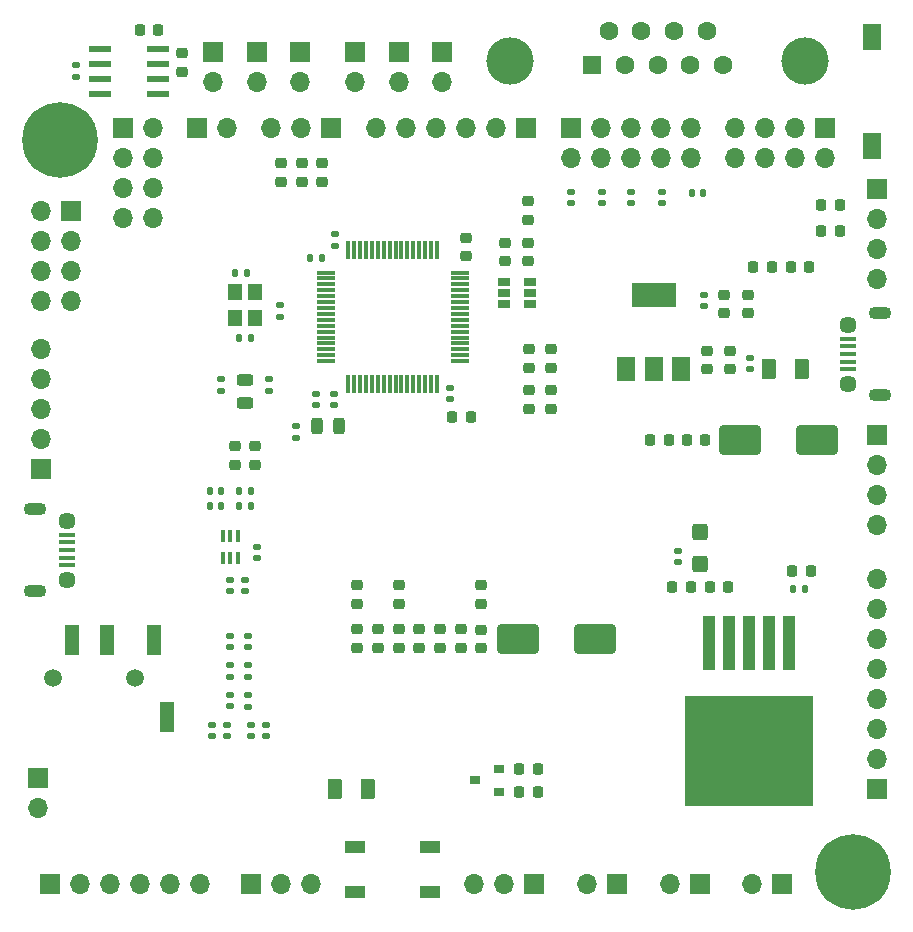
<source format=gbr>
G04 #@! TF.GenerationSoftware,KiCad,Pcbnew,(5.99.0-9519-ga70106a3bd)*
G04 #@! TF.CreationDate,2021-03-11T21:55:01+03:00*
G04 #@! TF.ProjectId,UnderControl,556e6465-7243-46f6-9e74-726f6c2e6b69,rev?*
G04 #@! TF.SameCoordinates,Original*
G04 #@! TF.FileFunction,Soldermask,Top*
G04 #@! TF.FilePolarity,Negative*
%FSLAX46Y46*%
G04 Gerber Fmt 4.6, Leading zero omitted, Abs format (unit mm)*
G04 Created by KiCad (PCBNEW (5.99.0-9519-ga70106a3bd)) date 2021-03-11 21:55:01*
%MOMM*%
%LPD*%
G01*
G04 APERTURE LIST*
G04 Aperture macros list*
%AMRoundRect*
0 Rectangle with rounded corners*
0 $1 Rounding radius*
0 $2 $3 $4 $5 $6 $7 $8 $9 X,Y pos of 4 corners*
0 Add a 4 corners polygon primitive as box body*
4,1,4,$2,$3,$4,$5,$6,$7,$8,$9,$2,$3,0*
0 Add four circle primitives for the rounded corners*
1,1,$1+$1,$2,$3*
1,1,$1+$1,$4,$5*
1,1,$1+$1,$6,$7*
1,1,$1+$1,$8,$9*
0 Add four rect primitives between the rounded corners*
20,1,$1+$1,$2,$3,$4,$5,0*
20,1,$1+$1,$4,$5,$6,$7,0*
20,1,$1+$1,$6,$7,$8,$9,0*
20,1,$1+$1,$8,$9,$2,$3,0*%
G04 Aperture macros list end*
%ADD10C,0.800000*%
%ADD11C,6.400000*%
%ADD12RoundRect,0.218750X0.218750X0.256250X-0.218750X0.256250X-0.218750X-0.256250X0.218750X-0.256250X0*%
%ADD13R,1.700000X1.700000*%
%ADD14O,1.700000X1.700000*%
%ADD15RoundRect,0.147500X0.172500X-0.147500X0.172500X0.147500X-0.172500X0.147500X-0.172500X-0.147500X0*%
%ADD16RoundRect,0.250000X0.375000X0.625000X-0.375000X0.625000X-0.375000X-0.625000X0.375000X-0.625000X0*%
%ADD17RoundRect,0.147500X0.147500X0.172500X-0.147500X0.172500X-0.147500X-0.172500X0.147500X-0.172500X0*%
%ADD18RoundRect,0.218750X-0.218750X-0.256250X0.218750X-0.256250X0.218750X0.256250X-0.218750X0.256250X0*%
%ADD19RoundRect,0.218750X0.256250X-0.218750X0.256250X0.218750X-0.256250X0.218750X-0.256250X-0.218750X0*%
%ADD20RoundRect,0.147500X-0.147500X-0.172500X0.147500X-0.172500X0.147500X0.172500X-0.147500X0.172500X0*%
%ADD21RoundRect,0.147500X-0.172500X0.147500X-0.172500X-0.147500X0.172500X-0.147500X0.172500X0.147500X0*%
%ADD22RoundRect,0.218750X-0.256250X0.218750X-0.256250X-0.218750X0.256250X-0.218750X0.256250X0.218750X0*%
%ADD23RoundRect,0.250000X-0.375000X-0.625000X0.375000X-0.625000X0.375000X0.625000X-0.375000X0.625000X0*%
%ADD24R,0.900000X0.800000*%
%ADD25RoundRect,0.243750X-0.243750X-0.456250X0.243750X-0.456250X0.243750X0.456250X-0.243750X0.456250X0*%
%ADD26RoundRect,0.075000X-0.700000X-0.075000X0.700000X-0.075000X0.700000X0.075000X-0.700000X0.075000X0*%
%ADD27RoundRect,0.075000X-0.075000X-0.700000X0.075000X-0.700000X0.075000X0.700000X-0.075000X0.700000X0*%
%ADD28R,1.500000X2.000000*%
%ADD29R,3.800000X2.000000*%
%ADD30R,1.060000X0.650000*%
%ADD31R,0.390000X1.060000*%
%ADD32R,1.200000X1.400000*%
%ADD33R,1.350000X0.400000*%
%ADD34C,1.450000*%
%ADD35O,1.900000X1.100000*%
%ADD36RoundRect,0.250000X-1.500000X-1.000000X1.500000X-1.000000X1.500000X1.000000X-1.500000X1.000000X0*%
%ADD37RoundRect,0.250000X0.425000X-0.450000X0.425000X0.450000X-0.425000X0.450000X-0.425000X-0.450000X0*%
%ADD38R,1.100000X4.600000*%
%ADD39R,10.800000X9.400000*%
%ADD40RoundRect,0.243750X-0.456250X0.243750X-0.456250X-0.243750X0.456250X-0.243750X0.456250X0.243750X0*%
%ADD41C,4.000000*%
%ADD42R,1.600000X1.600000*%
%ADD43C,1.600000*%
%ADD44R,1.970000X0.600000*%
%ADD45R,1.600000X2.180000*%
%ADD46R,1.700000X1.000000*%
%ADD47C,1.500000*%
%ADD48R,1.200000X2.500000*%
G04 APERTURE END LIST*
D10*
X35497056Y-95697056D03*
X32102944Y-92302944D03*
X35497056Y-92302944D03*
X31400000Y-94000000D03*
X32102944Y-95697056D03*
X33800000Y-96400000D03*
X33800000Y-91600000D03*
D11*
X33800000Y-94000000D03*
D10*
X36200000Y-94000000D03*
D12*
X74287500Y-149250000D03*
X72712500Y-149250000D03*
D13*
X56800000Y-93050000D03*
D14*
X54260000Y-93050000D03*
X51720000Y-93050000D03*
D15*
X46750000Y-144485000D03*
X46750000Y-143515000D03*
X48000000Y-144485000D03*
X48000000Y-143515000D03*
X49750000Y-139485000D03*
X49750000Y-138515000D03*
D16*
X59900000Y-149000000D03*
X57100000Y-149000000D03*
D17*
X49985000Y-123750000D03*
X49015000Y-123750000D03*
D15*
X49750000Y-142000000D03*
X49750000Y-141030000D03*
X48250000Y-141985000D03*
X48250000Y-141015000D03*
X48250000Y-139485000D03*
X48250000Y-138515000D03*
D18*
X67062500Y-117450000D03*
X68637500Y-117450000D03*
D19*
X71500000Y-104287500D03*
X71500000Y-102712500D03*
D20*
X48665000Y-105250000D03*
X49635000Y-105250000D03*
D17*
X49985000Y-110750000D03*
X49015000Y-110750000D03*
D20*
X46515000Y-125000000D03*
X47485000Y-125000000D03*
D21*
X50500000Y-128465000D03*
X50500000Y-129435000D03*
D15*
X50000000Y-144485000D03*
X50000000Y-143515000D03*
X48250000Y-132235000D03*
X48250000Y-131265000D03*
D19*
X48650000Y-121537500D03*
X48650000Y-119962500D03*
D13*
X95000000Y-157000000D03*
D14*
X92460000Y-157000000D03*
D22*
X56050000Y-96012500D03*
X56050000Y-97587500D03*
D15*
X51250000Y-144485000D03*
X51250000Y-143515000D03*
X48250000Y-136985000D03*
X48250000Y-136015000D03*
D13*
X103000000Y-149000000D03*
D14*
X103000000Y-146460000D03*
X103000000Y-143920000D03*
X103000000Y-141380000D03*
X103000000Y-138840000D03*
X103000000Y-136300000D03*
X103000000Y-133760000D03*
X103000000Y-131220000D03*
D15*
X49750000Y-136970000D03*
X49750000Y-136000000D03*
D22*
X73500000Y-99212500D03*
X73500000Y-100787500D03*
X75450000Y-111712500D03*
X75450000Y-113287500D03*
D23*
X93850000Y-113450000D03*
X96650000Y-113450000D03*
D18*
X92550000Y-104750000D03*
X94125000Y-104750000D03*
D22*
X73550000Y-111712500D03*
X73550000Y-113287500D03*
D21*
X53850000Y-118265000D03*
X53850000Y-119235000D03*
D22*
X60750000Y-135462500D03*
X60750000Y-137037500D03*
D21*
X49500000Y-131265000D03*
X49500000Y-132235000D03*
D18*
X72712500Y-147250000D03*
X74287500Y-147250000D03*
D19*
X54300000Y-97587500D03*
X54300000Y-96012500D03*
D18*
X98312500Y-99500000D03*
X99887500Y-99500000D03*
D22*
X67750000Y-135462500D03*
X67750000Y-137037500D03*
D21*
X52500000Y-108015000D03*
X52500000Y-108985000D03*
D22*
X69500000Y-135500000D03*
X69500000Y-137075000D03*
X59000000Y-135462500D03*
X59000000Y-137037500D03*
X50350000Y-119962500D03*
X50350000Y-121537500D03*
X62500000Y-135462500D03*
X62500000Y-137037500D03*
X64250000Y-135462500D03*
X64250000Y-137037500D03*
X66000000Y-135462500D03*
X66000000Y-137037500D03*
D17*
X49985000Y-125000000D03*
X49015000Y-125000000D03*
D20*
X46515000Y-123750000D03*
X47485000Y-123750000D03*
D24*
X71000000Y-149200000D03*
X71000000Y-147300000D03*
X69000000Y-148250000D03*
D13*
X32000000Y-148000000D03*
D14*
X32000000Y-150540000D03*
D25*
X55562500Y-118250000D03*
X57437500Y-118250000D03*
D13*
X74000000Y-157000000D03*
D14*
X71460000Y-157000000D03*
X68920000Y-157000000D03*
D13*
X88000000Y-157000000D03*
D14*
X85460000Y-157000000D03*
D13*
X50000000Y-157000000D03*
D14*
X52540000Y-157000000D03*
X55080000Y-157000000D03*
D15*
X55500000Y-116485000D03*
X55500000Y-115515000D03*
X57000000Y-116485000D03*
X57000000Y-115515000D03*
D21*
X66900000Y-115015000D03*
X66900000Y-115985000D03*
D17*
X55985000Y-104000000D03*
X55015000Y-104000000D03*
D19*
X68250000Y-103887500D03*
X68250000Y-102312500D03*
D12*
X97275000Y-104750000D03*
X95700000Y-104750000D03*
D19*
X73500000Y-104287500D03*
X73500000Y-102712500D03*
D22*
X75450000Y-115212500D03*
X75450000Y-116787500D03*
X73550000Y-115212500D03*
X73550000Y-116787500D03*
D26*
X56325000Y-105250000D03*
X56325000Y-105750000D03*
X56325000Y-106250000D03*
X56325000Y-106750000D03*
X56325000Y-107250000D03*
X56325000Y-107750000D03*
X56325000Y-108250000D03*
X56325000Y-108750000D03*
X56325000Y-109250000D03*
X56325000Y-109750000D03*
X56325000Y-110250000D03*
X56325000Y-110750000D03*
X56325000Y-111250000D03*
X56325000Y-111750000D03*
X56325000Y-112250000D03*
X56325000Y-112750000D03*
D27*
X58250000Y-114675000D03*
X58750000Y-114675000D03*
X59250000Y-114675000D03*
X59750000Y-114675000D03*
X60250000Y-114675000D03*
X60750000Y-114675000D03*
X61250000Y-114675000D03*
X61750000Y-114675000D03*
X62250000Y-114675000D03*
X62750000Y-114675000D03*
X63250000Y-114675000D03*
X63750000Y-114675000D03*
X64250000Y-114675000D03*
X64750000Y-114675000D03*
X65250000Y-114675000D03*
X65750000Y-114675000D03*
D26*
X67675000Y-112750000D03*
X67675000Y-112250000D03*
X67675000Y-111750000D03*
X67675000Y-111250000D03*
X67675000Y-110750000D03*
X67675000Y-110250000D03*
X67675000Y-109750000D03*
X67675000Y-109250000D03*
X67675000Y-108750000D03*
X67675000Y-108250000D03*
X67675000Y-107750000D03*
X67675000Y-107250000D03*
X67675000Y-106750000D03*
X67675000Y-106250000D03*
X67675000Y-105750000D03*
X67675000Y-105250000D03*
D27*
X65750000Y-103325000D03*
X65250000Y-103325000D03*
X64750000Y-103325000D03*
X64250000Y-103325000D03*
X63750000Y-103325000D03*
X63250000Y-103325000D03*
X62750000Y-103325000D03*
X62250000Y-103325000D03*
X61750000Y-103325000D03*
X61250000Y-103325000D03*
X60750000Y-103325000D03*
X60250000Y-103325000D03*
X59750000Y-103325000D03*
X59250000Y-103325000D03*
X58750000Y-103325000D03*
X58250000Y-103325000D03*
D22*
X52550000Y-96012500D03*
X52550000Y-97587500D03*
X69500000Y-131712500D03*
X69500000Y-133287500D03*
X62500000Y-131712500D03*
X62500000Y-133287500D03*
D19*
X90600000Y-113437500D03*
X90600000Y-111862500D03*
D22*
X59000000Y-131712500D03*
X59000000Y-133287500D03*
D28*
X81800000Y-113450000D03*
D29*
X84100000Y-107150000D03*
D28*
X84100000Y-113450000D03*
X86400000Y-113450000D03*
D21*
X88350000Y-107140000D03*
X88350000Y-108110000D03*
D19*
X88600000Y-113437500D03*
X88600000Y-111862500D03*
D30*
X73600000Y-107950000D03*
X73600000Y-107000000D03*
X73600000Y-106050000D03*
X71400000Y-106050000D03*
X71400000Y-107000000D03*
X71400000Y-107950000D03*
D31*
X48900000Y-127565000D03*
X48250000Y-127565000D03*
X47600000Y-127565000D03*
X47600000Y-129435000D03*
X48250000Y-129435000D03*
X48900000Y-129435000D03*
D32*
X48650000Y-106900000D03*
X48650000Y-109100000D03*
X50350000Y-109100000D03*
X50350000Y-106900000D03*
D33*
X34462500Y-127450000D03*
X34462500Y-128100000D03*
X34462500Y-128750000D03*
X34462500Y-129400000D03*
X34462500Y-130050000D03*
D34*
X34462500Y-131250000D03*
D35*
X31762500Y-125250000D03*
D34*
X34462500Y-126250000D03*
D35*
X31762500Y-132250000D03*
D18*
X95812500Y-130500000D03*
X97387500Y-130500000D03*
D15*
X86150000Y-129785000D03*
X86150000Y-128815000D03*
D12*
X90437500Y-131900000D03*
X88862500Y-131900000D03*
X87237500Y-131900000D03*
X85662500Y-131900000D03*
D36*
X72600000Y-136250000D03*
X79100000Y-136250000D03*
D20*
X95915000Y-132000000D03*
X96885000Y-132000000D03*
D37*
X88050000Y-129900000D03*
X88050000Y-127200000D03*
D38*
X95600000Y-136625000D03*
X93900000Y-136625000D03*
D39*
X92200000Y-145775000D03*
D38*
X92200000Y-136625000D03*
X90500000Y-136625000D03*
X88800000Y-136625000D03*
D21*
X51500000Y-114280000D03*
X51500000Y-115250000D03*
X47500000Y-114280000D03*
X47500000Y-115250000D03*
D40*
X49500000Y-114374500D03*
X49500000Y-116249500D03*
D36*
X91450000Y-119400000D03*
X97950000Y-119400000D03*
D15*
X84800000Y-99385000D03*
X84800000Y-98415000D03*
D13*
X77100000Y-93000000D03*
D14*
X77100000Y-95540000D03*
X79640000Y-93000000D03*
X79640000Y-95540000D03*
X82180000Y-93000000D03*
X82180000Y-95540000D03*
X84720000Y-93000000D03*
X84720000Y-95540000D03*
X87260000Y-93000000D03*
X87260000Y-95540000D03*
D21*
X82200000Y-98415000D03*
X82200000Y-99385000D03*
X77100000Y-98415000D03*
X77100000Y-99385000D03*
X79700000Y-98415000D03*
X79700000Y-99385000D03*
D20*
X87315000Y-98500000D03*
X88285000Y-98500000D03*
D15*
X57100000Y-102985000D03*
X57100000Y-102015000D03*
D13*
X45400000Y-93000000D03*
D14*
X47940000Y-93000000D03*
D13*
X73300000Y-93050000D03*
D14*
X70760000Y-93050000D03*
X68220000Y-93050000D03*
X65680000Y-93050000D03*
X63140000Y-93050000D03*
X60600000Y-93050000D03*
D13*
X39160000Y-93050000D03*
D14*
X41700000Y-93050000D03*
X39160000Y-95590000D03*
X41700000Y-95590000D03*
X39160000Y-98130000D03*
X41700000Y-98130000D03*
X39160000Y-100670000D03*
X41700000Y-100670000D03*
D13*
X98600000Y-93000000D03*
D14*
X98600000Y-95540000D03*
X96060000Y-93000000D03*
X96060000Y-95540000D03*
X93520000Y-93000000D03*
X93520000Y-95540000D03*
X90980000Y-93000000D03*
X90980000Y-95540000D03*
D13*
X46800000Y-86550000D03*
D14*
X46800000Y-89090000D03*
D13*
X50500000Y-86550000D03*
D14*
X50500000Y-89090000D03*
D13*
X66200000Y-86550000D03*
D14*
X66200000Y-89090000D03*
D13*
X62500000Y-86550000D03*
D14*
X62500000Y-89090000D03*
D13*
X58800000Y-86550000D03*
D14*
X58800000Y-89090000D03*
D12*
X88475000Y-119402500D03*
X86900000Y-119402500D03*
D22*
X44200000Y-86662500D03*
X44200000Y-88237500D03*
D41*
X71940000Y-87350000D03*
X96940000Y-87350000D03*
D42*
X78900000Y-87650000D03*
D43*
X81670000Y-87650000D03*
X84440000Y-87650000D03*
X87210000Y-87650000D03*
X89980000Y-87650000D03*
X80285000Y-84810000D03*
X83055000Y-84810000D03*
X85825000Y-84810000D03*
X88595000Y-84810000D03*
D13*
X54200000Y-86550000D03*
D14*
X54200000Y-89090000D03*
D44*
X37230000Y-86295000D03*
X37230000Y-87565000D03*
X37230000Y-88835000D03*
X37230000Y-90105000D03*
X42170000Y-90105000D03*
X42170000Y-88835000D03*
X42170000Y-87565000D03*
X42170000Y-86295000D03*
D15*
X35200000Y-88685000D03*
X35200000Y-87715000D03*
D12*
X42165000Y-84700000D03*
X40590000Y-84700000D03*
D45*
X102600000Y-94500000D03*
X102600000Y-85300000D03*
D46*
X65150000Y-153925000D03*
X58850000Y-153925000D03*
X65150000Y-157725000D03*
X58850000Y-157725000D03*
D13*
X32250000Y-121900000D03*
D14*
X32250000Y-119360000D03*
X32250000Y-116820000D03*
X32250000Y-114280000D03*
X32250000Y-111740000D03*
D13*
X81000000Y-157000000D03*
D14*
X78460000Y-157000000D03*
D18*
X83800000Y-119402500D03*
X85375000Y-119402500D03*
D10*
X101000000Y-158400000D03*
X101000000Y-153600000D03*
X103400000Y-156000000D03*
X102697056Y-157697056D03*
X102697056Y-154302944D03*
X99302944Y-157697056D03*
X98600000Y-156000000D03*
X99302944Y-154302944D03*
D11*
X101000000Y-156000000D03*
D13*
X103000000Y-98200000D03*
D14*
X103000000Y-100740000D03*
X103000000Y-103280000D03*
X103000000Y-105820000D03*
D33*
X100537500Y-113450000D03*
X100537500Y-112800000D03*
X100537500Y-112150000D03*
X100537500Y-111500000D03*
X100537500Y-110850000D03*
D34*
X100537500Y-109650000D03*
D35*
X103237500Y-115650000D03*
X103237500Y-108650000D03*
D34*
X100537500Y-114650000D03*
D13*
X103000000Y-119000000D03*
D14*
X103000000Y-121540000D03*
X103000000Y-124080000D03*
X103000000Y-126620000D03*
D18*
X98312500Y-101700000D03*
X99887500Y-101700000D03*
D13*
X34800000Y-100000000D03*
D14*
X32260000Y-100000000D03*
X34800000Y-102540000D03*
X32260000Y-102540000D03*
X34800000Y-105080000D03*
X32260000Y-105080000D03*
X34800000Y-107620000D03*
X32260000Y-107620000D03*
D13*
X33000000Y-157000000D03*
D14*
X35540000Y-157000000D03*
X38080000Y-157000000D03*
X40620000Y-157000000D03*
X43160000Y-157000000D03*
X45700000Y-157000000D03*
D47*
X40225000Y-139600000D03*
X33225000Y-139600000D03*
D48*
X37825000Y-136350000D03*
X34825000Y-136350000D03*
X42925000Y-142850000D03*
X41825000Y-136350000D03*
D15*
X92300000Y-113435000D03*
X92300000Y-112465000D03*
D22*
X90050000Y-107137500D03*
X90050000Y-108712500D03*
X92050000Y-107137500D03*
X92050000Y-108712500D03*
M02*

</source>
